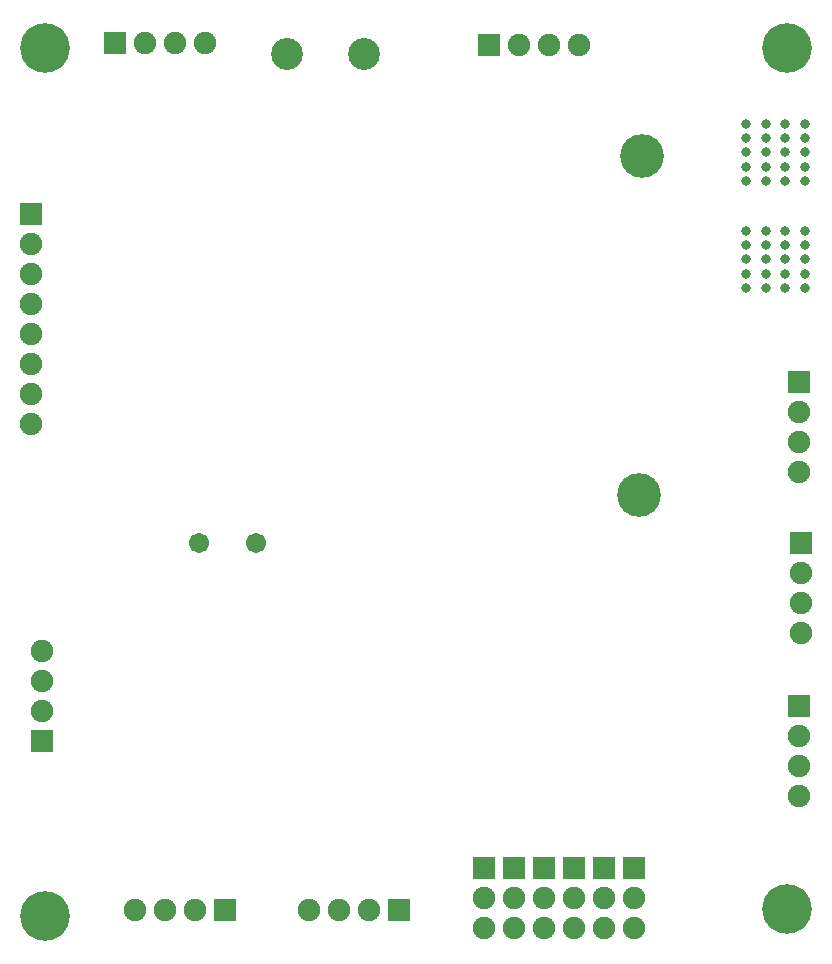
<source format=gbs>
G04*
G04 #@! TF.GenerationSoftware,Altium Limited,Altium Designer,20.0.2 (26)*
G04*
G04 Layer_Color=16711935*
%FSLAX24Y24*%
%MOIN*%
G70*
G01*
G75*
%ADD43R,0.0749X0.0749*%
%ADD44C,0.0749*%
%ADD45C,0.1458*%
%ADD46C,0.1655*%
%ADD47C,0.0671*%
%ADD48C,0.0316*%
%ADD49C,0.1064*%
%ADD50R,0.0749X0.0749*%
D43*
X13100Y1450D02*
D03*
X7300D02*
D03*
X20950Y2850D02*
D03*
X19950D02*
D03*
X18950D02*
D03*
X17950D02*
D03*
X16950D02*
D03*
X15950D02*
D03*
X3650Y30350D02*
D03*
X16100Y30300D02*
D03*
X850Y24650D02*
D03*
D44*
X12100Y1450D02*
D03*
X11100D02*
D03*
X10100D02*
D03*
X6300D02*
D03*
X5300D02*
D03*
X4300D02*
D03*
X20950Y850D02*
D03*
Y1850D02*
D03*
X19950Y850D02*
D03*
Y1850D02*
D03*
X18950Y850D02*
D03*
Y1850D02*
D03*
X17950Y850D02*
D03*
Y1850D02*
D03*
X16950Y850D02*
D03*
Y1850D02*
D03*
X15950Y850D02*
D03*
Y1850D02*
D03*
X4650Y30350D02*
D03*
X5650D02*
D03*
X6650D02*
D03*
X26500Y12700D02*
D03*
Y11700D02*
D03*
Y10700D02*
D03*
X26450Y18050D02*
D03*
Y17050D02*
D03*
Y16050D02*
D03*
X17100Y30300D02*
D03*
X18100D02*
D03*
X19100D02*
D03*
X850Y19650D02*
D03*
Y20650D02*
D03*
Y21650D02*
D03*
Y22650D02*
D03*
Y23650D02*
D03*
Y18650D02*
D03*
Y17650D02*
D03*
X26450Y7250D02*
D03*
Y6250D02*
D03*
Y5250D02*
D03*
X1200Y8100D02*
D03*
Y9100D02*
D03*
Y10100D02*
D03*
D45*
X21118Y15297D02*
D03*
X21200Y26600D02*
D03*
D46*
X26050Y30200D02*
D03*
Y1500D02*
D03*
X1300Y1250D02*
D03*
Y30200D02*
D03*
D47*
X8345Y13700D02*
D03*
X6455D02*
D03*
D48*
X24687Y27657D02*
D03*
Y27185D02*
D03*
Y26712D02*
D03*
Y25767D02*
D03*
Y26240D02*
D03*
X25337Y27657D02*
D03*
Y27185D02*
D03*
Y26712D02*
D03*
Y25767D02*
D03*
Y26240D02*
D03*
X25987Y27657D02*
D03*
Y27185D02*
D03*
Y26712D02*
D03*
Y25767D02*
D03*
Y26240D02*
D03*
X26637Y27657D02*
D03*
Y27185D02*
D03*
Y26712D02*
D03*
Y25767D02*
D03*
Y26240D02*
D03*
Y22672D02*
D03*
Y22200D02*
D03*
Y23145D02*
D03*
Y23617D02*
D03*
Y24090D02*
D03*
X25987Y22672D02*
D03*
Y22200D02*
D03*
Y23145D02*
D03*
Y23617D02*
D03*
Y24090D02*
D03*
X25337Y22672D02*
D03*
Y22200D02*
D03*
Y23145D02*
D03*
Y23617D02*
D03*
Y24090D02*
D03*
X24687Y22672D02*
D03*
Y22200D02*
D03*
Y23145D02*
D03*
Y23617D02*
D03*
Y24090D02*
D03*
D49*
X9370Y30000D02*
D03*
X11930D02*
D03*
D50*
X26500Y13700D02*
D03*
X26450Y19050D02*
D03*
Y8250D02*
D03*
X1200Y7100D02*
D03*
M02*

</source>
